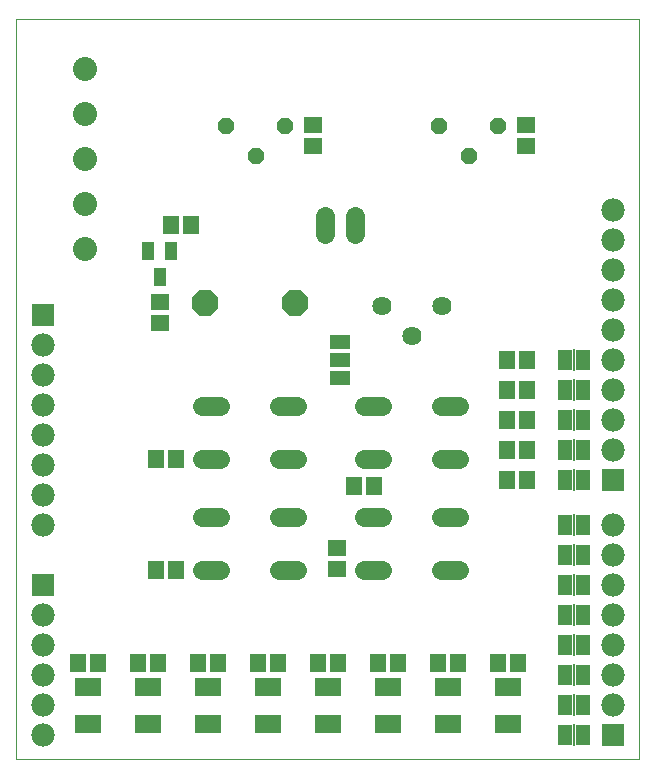
<source format=gts>
G75*
%MOIN*%
%OFA0B0*%
%FSLAX25Y25*%
%IPPOS*%
%LPD*%
%AMOC8*
5,1,8,0,0,1.08239X$1,22.5*
%
%ADD10C,0.00000*%
%ADD11R,0.09061X0.06306*%
%ADD12R,0.05518X0.06306*%
%ADD13C,0.06400*%
%ADD14R,0.06306X0.05518*%
%ADD15OC8,0.08900*%
%ADD16C,0.06400*%
%ADD17R,0.06700X0.05000*%
%ADD18R,0.04337X0.05912*%
%ADD19OC8,0.05600*%
%ADD20R,0.07800X0.07800*%
%ADD21C,0.07800*%
%ADD22C,0.08000*%
%ADD23R,0.05000X0.06700*%
%ADD24R,0.00600X0.07200*%
D10*
X0077633Y0074700D02*
X0077633Y0321661D01*
X0285334Y0321661D01*
X0285334Y0074700D01*
X0077633Y0074700D01*
D11*
X0101633Y0086598D03*
X0101633Y0098802D03*
X0121633Y0098802D03*
X0121633Y0086598D03*
X0141633Y0086598D03*
X0141633Y0098802D03*
X0161633Y0098802D03*
X0161633Y0086598D03*
X0181633Y0086598D03*
X0181633Y0098802D03*
X0201633Y0098802D03*
X0201633Y0086598D03*
X0221633Y0086598D03*
X0221633Y0098802D03*
X0241633Y0098802D03*
X0241633Y0086598D03*
D12*
X0238287Y0106700D03*
X0244980Y0106700D03*
X0224980Y0106700D03*
X0218287Y0106700D03*
X0204980Y0106700D03*
X0198287Y0106700D03*
X0184980Y0106700D03*
X0178287Y0106700D03*
X0164980Y0106700D03*
X0158287Y0106700D03*
X0144980Y0106700D03*
X0138287Y0106700D03*
X0124980Y0106700D03*
X0118287Y0106700D03*
X0104980Y0106700D03*
X0098287Y0106700D03*
X0124287Y0137700D03*
X0130980Y0137700D03*
X0130980Y0174700D03*
X0124287Y0174700D03*
X0190287Y0165700D03*
X0196980Y0165700D03*
X0241287Y0167700D03*
X0247980Y0167700D03*
X0247980Y0177700D03*
X0241287Y0177700D03*
X0241287Y0187700D03*
X0247980Y0187700D03*
X0247980Y0197700D03*
X0241287Y0197700D03*
X0241287Y0207700D03*
X0247980Y0207700D03*
X0135980Y0252700D03*
X0129287Y0252700D03*
D13*
X0180633Y0255700D02*
X0180633Y0249700D01*
X0190633Y0249700D02*
X0190633Y0255700D01*
X0193833Y0192600D02*
X0199833Y0192600D01*
X0199833Y0174800D02*
X0193833Y0174800D01*
X0193833Y0155600D02*
X0199833Y0155600D01*
X0199833Y0137800D02*
X0193833Y0137800D01*
X0171433Y0137800D02*
X0165433Y0137800D01*
X0165433Y0155600D02*
X0171433Y0155600D01*
X0171433Y0174800D02*
X0165433Y0174800D01*
X0165433Y0192600D02*
X0171433Y0192600D01*
X0145833Y0192600D02*
X0139833Y0192600D01*
X0139833Y0174800D02*
X0145833Y0174800D01*
X0145833Y0155600D02*
X0139833Y0155600D01*
X0139833Y0137800D02*
X0145833Y0137800D01*
X0219433Y0137800D02*
X0225433Y0137800D01*
X0225433Y0155600D02*
X0219433Y0155600D01*
X0219433Y0174800D02*
X0225433Y0174800D01*
X0225433Y0192600D02*
X0219433Y0192600D01*
D14*
X0184633Y0145046D03*
X0184633Y0138354D03*
X0125633Y0220354D03*
X0125633Y0227046D03*
X0176633Y0279354D03*
X0176633Y0286046D03*
X0247633Y0286046D03*
X0247633Y0279354D03*
D15*
X0170633Y0226700D03*
X0140633Y0226700D03*
D16*
X0199633Y0225700D03*
X0209633Y0215700D03*
X0219633Y0225700D03*
D17*
X0185633Y0213700D03*
X0185633Y0207700D03*
X0185633Y0201700D03*
D18*
X0129373Y0244031D03*
X0121893Y0244031D03*
X0125633Y0235369D03*
D19*
X0157633Y0275700D03*
X0147733Y0285700D03*
X0167533Y0285700D03*
X0218733Y0285700D03*
X0228633Y0275700D03*
X0238533Y0285700D03*
D20*
X0276633Y0167700D03*
X0276633Y0082700D03*
X0086633Y0132700D03*
X0086633Y0222700D03*
D21*
X0086633Y0212700D03*
X0086633Y0202700D03*
X0086633Y0192700D03*
X0086633Y0182700D03*
X0086633Y0172700D03*
X0086633Y0162700D03*
X0086633Y0152700D03*
X0086633Y0122700D03*
X0086633Y0112700D03*
X0086633Y0102700D03*
X0086633Y0092700D03*
X0086633Y0082700D03*
X0276633Y0092700D03*
X0276633Y0102700D03*
X0276633Y0112700D03*
X0276633Y0122700D03*
X0276633Y0132700D03*
X0276633Y0142700D03*
X0276633Y0152700D03*
X0276633Y0177700D03*
X0276633Y0187700D03*
X0276633Y0197700D03*
X0276633Y0207700D03*
X0276633Y0217700D03*
X0276633Y0227700D03*
X0276633Y0237700D03*
X0276633Y0247700D03*
X0276633Y0257700D03*
D22*
X0100633Y0259700D03*
X0100633Y0274700D03*
X0100633Y0289700D03*
X0100633Y0304700D03*
X0100633Y0244700D03*
D23*
X0260633Y0207700D03*
X0266633Y0207700D03*
X0266633Y0197700D03*
X0260633Y0197700D03*
X0260633Y0187700D03*
X0266633Y0187700D03*
X0266633Y0177700D03*
X0260633Y0177700D03*
X0260633Y0167700D03*
X0266633Y0167700D03*
X0266633Y0152700D03*
X0260633Y0152700D03*
X0260633Y0142700D03*
X0266633Y0142700D03*
X0266633Y0132700D03*
X0260633Y0132700D03*
X0260633Y0122700D03*
X0266633Y0122700D03*
X0266633Y0112700D03*
X0260633Y0112700D03*
X0260633Y0102700D03*
X0266633Y0102700D03*
X0266633Y0092700D03*
X0260633Y0092700D03*
X0260633Y0082700D03*
X0266633Y0082700D03*
D24*
X0263633Y0082700D03*
X0263633Y0092700D03*
X0263633Y0102700D03*
X0263633Y0112700D03*
X0263633Y0122700D03*
X0263633Y0132700D03*
X0263633Y0142700D03*
X0263633Y0152700D03*
X0263633Y0167700D03*
X0263633Y0177700D03*
X0263633Y0187700D03*
X0263633Y0197700D03*
X0263633Y0207700D03*
M02*

</source>
